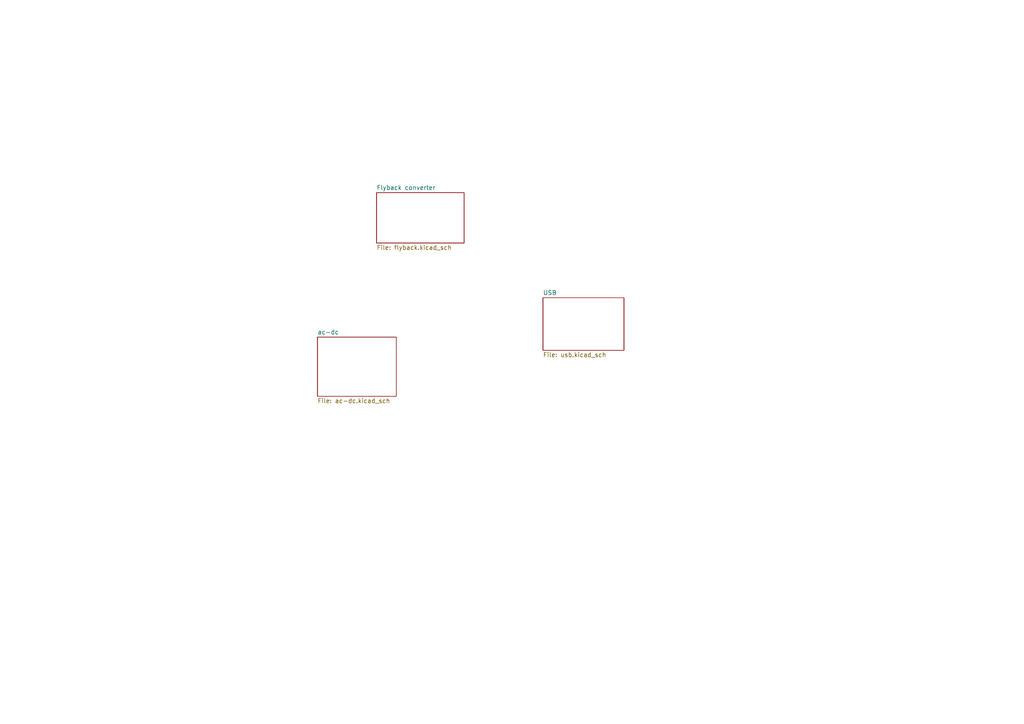
<source format=kicad_sch>
(kicad_sch
	(version 20231120)
	(generator "eeschema")
	(generator_version "8.0")
	(uuid "ed7c0781-0d20-4118-b9de-6cfbb6417a17")
	(paper "A4")
	(lib_symbols)
	(sheet
		(at 109.22 55.88)
		(size 25.4 14.605)
		(fields_autoplaced yes)
		(stroke
			(width 0.1524)
			(type solid)
		)
		(fill
			(color 0 0 0 0.0000)
		)
		(uuid "16bd232e-5ea0-49a5-b25c-6403c4d2754c")
		(property "Sheetname" "Flyback converter"
			(at 109.22 55.1684 0)
			(effects
				(font
					(size 1.27 1.27)
				)
				(justify left bottom)
			)
		)
		(property "Sheetfile" "flyback.kicad_sch"
			(at 109.22 71.0696 0)
			(effects
				(font
					(size 1.27 1.27)
				)
				(justify left top)
			)
		)
		(instances
			(project "flyback-pcb"
				(path "/ed7c0781-0d20-4118-b9de-6cfbb6417a17"
					(page "4")
				)
			)
		)
	)
	(sheet
		(at 157.48 86.36)
		(size 23.495 15.24)
		(fields_autoplaced yes)
		(stroke
			(width 0.1524)
			(type solid)
		)
		(fill
			(color 0 0 0 0.0000)
		)
		(uuid "c2a714f4-2f0d-4f97-91a2-4e2ae3601671")
		(property "Sheetname" "USB"
			(at 157.48 85.6484 0)
			(effects
				(font
					(size 1.27 1.27)
				)
				(justify left bottom)
			)
		)
		(property "Sheetfile" "usb.kicad_sch"
			(at 157.48 102.1846 0)
			(effects
				(font
					(size 1.27 1.27)
				)
				(justify left top)
			)
		)
		(property "Field2" ""
			(at 157.48 86.36 0)
			(effects
				(font
					(size 1.27 1.27)
				)
				(hide yes)
			)
		)
		(instances
			(project "flyback-pcb"
				(path "/ed7c0781-0d20-4118-b9de-6cfbb6417a17"
					(page "3")
				)
			)
		)
	)
	(sheet
		(at 92.075 97.79)
		(size 22.86 17.145)
		(fields_autoplaced yes)
		(stroke
			(width 0.1524)
			(type solid)
		)
		(fill
			(color 0 0 0 0.0000)
		)
		(uuid "f6f3b632-57ee-4368-8954-2ac72372b096")
		(property "Sheetname" "ac-dc"
			(at 92.075 97.0784 0)
			(effects
				(font
					(size 1.27 1.27)
				)
				(justify left bottom)
			)
		)
		(property "Sheetfile" "ac-dc.kicad_sch"
			(at 92.075 115.5196 0)
			(effects
				(font
					(size 1.27 1.27)
				)
				(justify left top)
			)
		)
		(instances
			(project "flyback-pcb"
				(path "/ed7c0781-0d20-4118-b9de-6cfbb6417a17"
					(page "2")
				)
			)
		)
	)
	(sheet_instances
		(path "/"
			(page "1")
		)
	)
)

</source>
